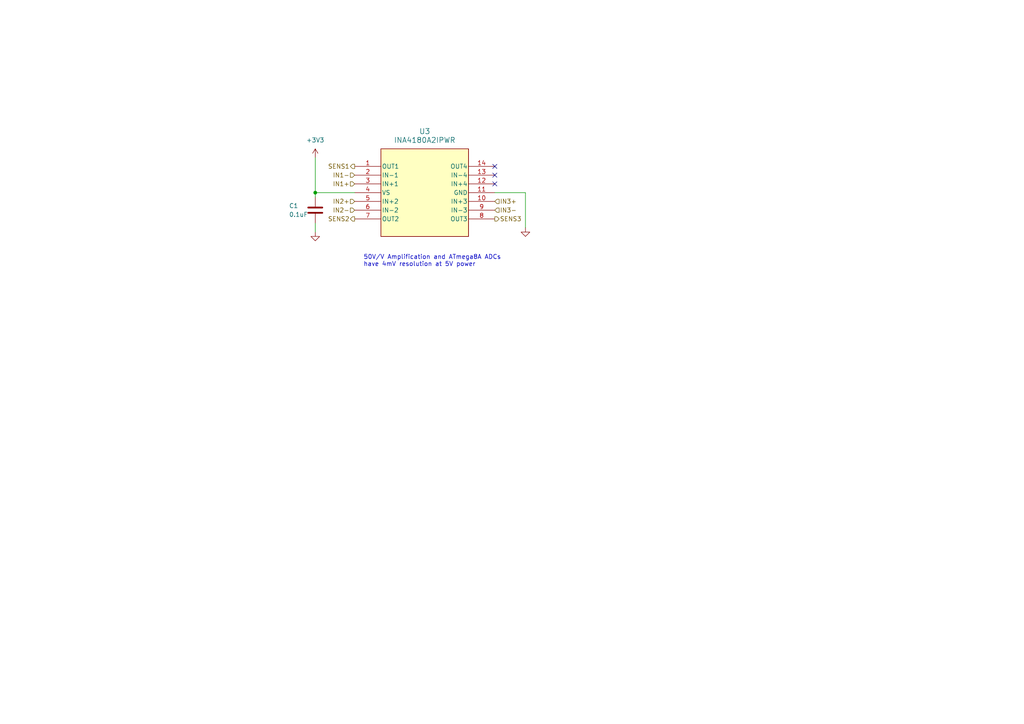
<source format=kicad_sch>
(kicad_sch (version 20230121) (generator eeschema)
  (paper "A4")
  (lib_symbols
    (symbol "Amplifier_Current:INA4180A1IPWR" (pin_names (offset 0.254))
      (property "Reference" "U" (at 20.32 10.16 0))
      (property "Value" "INA4180A1IPWR" (at 20.32 7.62 0))
      (symbol "INA4180A1IPWR_0_1"
        (polyline (pts (xy 7.62 -20.32) (xy 33.02 -20.32)) (stroke (width 0.127)))
        (polyline (pts (xy 7.62 5.08) (xy 7.62 -20.32)) (stroke (width 0.127)))
        (polyline (pts (xy 33.02 -20.32) (xy 33.02 5.08)) (stroke (width 0.127)))
        (polyline (pts (xy 33.02 5.08) (xy 7.62 5.08)) (stroke (width 0.127)))
        (pin output line (at 0 0 0) (length 7.62) (name "OUT1") (number "1"))
        (pin input line (at 40.64 -10.16 180) (length 7.62) (name "IN+3") (number "10"))
        (pin power_in line (at 40.64 -7.62 180) (length 7.62) (name "GND") (number "11"))
        (pin input line (at 40.64 -5.08 180) (length 7.62) (name "IN+4") (number "12"))
        (pin input line (at 40.64 -2.54 180) (length 7.62) (name "IN-4") (number "13"))
        (pin output line (at 40.64 0 180) (length 7.62) (name "OUT4") (number "14"))
        (pin input line (at 0 -2.54 0) (length 7.62) (name "IN-1") (number "2"))
        (pin input line (at 0 -5.08 0) (length 7.62) (name "IN+1") (number "3"))
        (pin power_in line (at 0 -7.62 0) (length 7.62) (name "VS") (number "4"))
        (pin input line (at 0 -10.16 0) (length 7.62) (name "IN+2") (number "5"))
        (pin input line (at 0 -12.7 0) (length 7.62) (name "IN-2") (number "6"))
        (pin output line (at 0 -15.24 0) (length 7.62) (name "OUT2") (number "7"))
        (pin output line (at 40.64 -15.24 180) (length 7.62) (name "OUT3") (number "8"))
        (pin input line (at 40.64 -12.7 180) (length 7.62) (name "IN-3") (number "9"))
      )
      (symbol "INA4180A1IPWR_1_1"
        (rectangle (start 7.62 5.08) (end 33.02 -20.32) (fill (type background)))
      )
    )
    (symbol "Device:C" (pin_numbers hide) (pin_names (offset 0.254))
      (property "Reference" "C" (at 0.635 2.54 0))
      (property "Value" "C" (at 0.635 -2.54 0))
      (symbol "C_0_1"
        (polyline (pts (xy -2.032 -0.762) (xy 2.032 -0.762)) (stroke (width 0.508)))
        (polyline (pts (xy -2.032 0.762) (xy 2.032 0.762)) (stroke (width 0.508)))
      )
      (symbol "C_1_1"
        (pin passive line (at 0 3.81 270) (length 2.794) (name "~") (number "1"))
        (pin passive line (at 0 -3.81 90) (length 2.794) (name "~") (number "2"))
      )
    )
    (symbol "power:+3V3" (power) (pin_names (offset 0))
      (property "Value" "+3V3" (at 0 3.556 0))
      (symbol "+3V3_0_1"
        (polyline (pts (xy -0.762 1.27) (xy 0 2.54)))
        (polyline (pts (xy 0 0) (xy 0 2.54)))
        (polyline (pts (xy 0 2.54) (xy 0.762 1.27)))
      )
      (symbol "+3V3_1_1"
        (pin power_in line (at 0 0 90) (length 0) hide (name "+3V3") (number "1"))
      )
    )
    (symbol "power:GND" (power) (pin_names (offset 0))
      (property "Value" "GND" (at 0 -3.81 0))
      (symbol "GND_0_1"
        (polyline (pts (xy 0 0) (xy 0 -1.27) (xy 1.27 -1.27) (xy 0 -2.54) (xy -1.27 -1.27) (xy 0 -1.27)))
      )
      (symbol "GND_1_1"
        (pin power_in line (at 0 0 270) (length 0) hide (name "GND") (number "1"))
      )
    )
  )
  (junction (at 91.44 55.88))
  (no_connect (at 143.51 53.34))
  (no_connect (at 143.51 48.26))
  (no_connect (at 143.51 50.8))
  (wire (pts (xy 91.44 64.77) (xy 91.44 67.31)))
  (wire (pts (xy 91.44 55.88) (xy 91.44 57.15)))
  (wire (pts (xy 152.4 55.88) (xy 143.51 55.88)))
  (wire (pts (xy 152.4 66.04) (xy 152.4 55.88)))
  (wire (pts (xy 91.44 45.72) (xy 91.44 55.88)))
  (wire (pts (xy 91.44 55.88) (xy 102.87 55.88)))
  (text "50V/V Amplification and ATmega8A ADCs \nhave 4mV resolution at 5V power" (at 105.41 77.47 0) (effects (font (size 1.27 1.27)) (justify left bottom)))
  (hierarchical_label "SENS1" (shape output) (at 102.87 48.26 180))
  (hierarchical_label "IN2-" (shape input) (at 102.87 60.96 180))
  (hierarchical_label "IN3+" (shape input) (at 143.51 58.42 0))
  (hierarchical_label "IN1+" (shape input) (at 102.87 53.34 180))
  (hierarchical_label "IN2+" (shape input) (at 102.87 58.42 180))
  (hierarchical_label "IN1-" (shape input) (at 102.87 50.8 180))
  (hierarchical_label "SENS3" (shape output) (at 143.51 63.5 0))
  (hierarchical_label "SENS2" (shape output) (at 102.87 63.5 180))
  (hierarchical_label "IN3-" (shape input) (at 143.51 60.96 0))
  (symbol (lib_id "Device:C") (at 91.44 60.96 0) (unit 1)
    (property "Reference" "C1" (at 83.82 59.69 0) (effects (justify left)))
    (property "Value" "0.1uF" (at 83.82 62.23 0) (effects (justify left)))
  )
  (symbol (lib_id "power:GND") (at 91.44 67.31 0) (unit 1)
    (property "Reference" "#PWR05" (effects hide))
    (property "Value" "GND" (effects hide))
    (instances (project "BLDC_ESC" (path "" (reference "#PWR05") (unit 1)) (path "" (reference "#PWR04") (unit 1))))
  )
  (symbol (lib_id "power:GND") (at 152.4 66.04 0) (unit 1)
    (property "Reference" "#PWR03" (effects hide))
    (property "Value" "GND" (effects hide))
    (instances (project "BLDC_ESC" (path "" (reference "#PWR03") (unit 1)) (path "" (reference "#PWR05") (unit 1))))
  )
  (symbol (lib_id "Amplifier_Current:INA4180A1IPWR") (at 102.87 48.26 0) (unit 1)
    (property "Reference" "U3" (at 123.19 38.1 0) (effects (font (size 1.524 1.524))))
    (property "Value" "INA4180A2IPWR" (at 123.19 40.64 0) (effects (font (size 1.524 1.524))))
    (property "Footprint" "PW14_TEX" (effects hide))
    (property "Datasheet" "INA4180A1IPWR" (effects hide))
  )
  (symbol (lib_id "power:+3V3") (at 91.44 45.72 0) (unit 1)
    (property "Reference" "#PWR04" (effects hide))
    (property "Value" "+3V3" (at 91.44 40.64 0))
    (instances (project "BLDC_ESC" (path "" (reference "#PWR04") (unit 1)) (path "" (reference "#PWR03") (unit 1))))
  )
)
</source>
